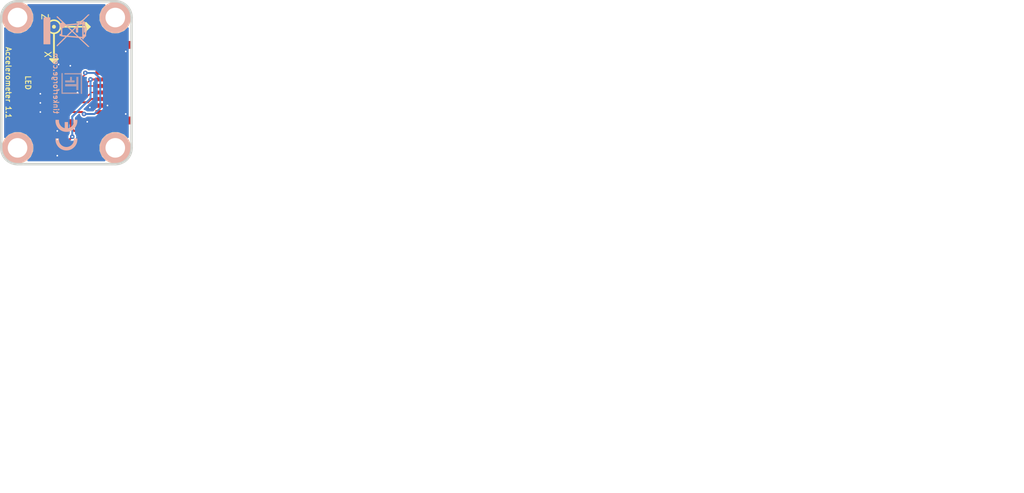
<source format=kicad_pcb>
(kicad_pcb (version 4) (host pcbnew 4.0.2+dfsg1-stable)
  (title_block (title "Accelerometer Bricklet") (date 2016-03-04) (rev 1.1) (company "Tinkerforge GmbH") (comment 1 "Licensed under CERN OHL v.1.1") (comment 2 "Copyright (©) 2016, B.Nordmeyer <bastian@tinkerforge.com>"))
  (layers (0 Vorderseite signal hide) (31 Rückseite signal hide) (34 B.Paste user) (35 F.Paste user) (36 B.SilkS user) (37 F.SilkS user) (38 B.Mask user) (39 F.Mask user) (44 Edge.Cuts user))
  (net 0 "")
  (net 1 GND)
  (net 2 SCL)
  (net 3 SDA)
  (net 4 VCC)
  (net 5 "Net-(P1-Pad6)")
  (net 6 "Net-(P1-Pad8)")
  (net 7 "Net-(P1-Pad9)")
  (net 8 "Net-(P1-Pad10)")
  (net 9 "Net-(D1-Pad2)")
  (net 10 "Net-(P1-Pad1)")
  (net 11 "Net-(P1-Pad7)")
  (net 12 "Net-(U1-Pad7)")
  (net 13 "Net-(U2-Pad2)")
  (net 14 "Net-(U2-Pad3)")
  (module Logo_31x31 (layer Rückseite) (at 133.95 101.85 90)
    (fp_text reference Ref** hide)
    (fp_text value Val** hide)
  )
  (module WEEE_7mm (layer Rückseite) (at 131.55 92.15 270)
    (fp_text reference VAL hide)
    (fp_text value WEEE_7mm hide)
  )
  (module CE_5mm (layer Rückseite) (at 131.55 108.15 90)
    (fp_text reference VAL hide)
    (fp_text value CE_5mm hide)
  )
  (module Fiducial_Mark (layer Vorderseite) (at 125.05 106.15)
    (fp_text reference Fiducial_Mark hide)
    (fp_text value VAL** hide)
    (pad 1 smd circle (at 0 0) (size 1.00076 1.00076) (layers Vorderseite F.Mask) (clearance 0.65024))
  )
  (module Fiducial_Mark (layer Vorderseite) (at 135.15 89.05)
    (fp_text reference Fiducial_Mark hide)
    (fp_text value VAL** hide)
    (pad 1 smd circle (at 0 0) (size 1.00076 1.00076) (layers Vorderseite F.Mask) (clearance 0.65024))
  )
  (module tinkerforge:DRILL_NP (layer Vorderseite) (at 124.05 110.15)
    (fp_text reference U3 hide)
    (fp_text value DRILL hide)
    (pad "" np_thru_hole circle (at 0 0) (size 2.99974 2.99974) (drill 2.99974) (layers *.Cu *.Mask F.SilkS) (clearance 0.89916))
  )
  (module tinkerforge:DRILL_NP (layer Vorderseite) (at 139.04976 110.14964 90)
    (fp_text reference U4 hide)
    (fp_text value DRILL hide)
    (pad "" np_thru_hole circle (at 0 0 90) (size 2.99974 2.99974) (drill 2.99974) (layers *.Cu *.Mask F.SilkS) (clearance 0.89916))
  )
  (module tinkerforge:DRILL_NP (layer Vorderseite) (at 139.04976 90.14968)
    (fp_text reference U5 hide)
    (fp_text value DRILL hide)
    (pad "" np_thru_hole circle (at 0 0) (size 2.99974 2.99974) (drill 2.99974) (layers *.Cu *.Mask F.SilkS) (clearance 0.89916))
  )
  (module tinkerforge:DRILL_NP (layer Vorderseite) (at 124.05 90.15)
    (fp_text reference U6 hide)
    (fp_text value DRILL hide)
    (pad "" np_thru_hole circle (at 0 0) (size 2.99974 2.99974) (drill 2.99974) (layers *.Cu *.Mask F.SilkS) (clearance 0.89916))
  )
  (module C0603 (layer Vorderseite) (at 133.05 106.15 180)
    (fp_text reference C1)
    (fp_text value 100nF)
    (pad 1 smd rect (at -0.8001 0 180) (size 0.8001 0.8001) (layers Vorderseite F.Paste F.Mask) (net 1 GND))
    (pad 2 smd rect (at 0.8001 0 180) (size 0.8001 0.8001) (layers Vorderseite F.Paste F.Mask) (net 4 VCC))
  )
  (module C0805 (layer Vorderseite) (at 129.45 104.65)
    (fp_text reference C2)
    (fp_text value 10µF)
    (pad 1 smd rect (at -1.00076 0) (size 1.00076 1.24968) (layers Vorderseite F.Paste F.Mask) (net 1 GND) (clearance 0.14986))
    (pad 2 smd rect (at 1.00076 0) (size 1.00076 1.24968) (layers Vorderseite F.Paste F.Mask) (net 4 VCC) (clearance 0.14986))
  )
  (module C0603 (layer Vorderseite) (at 129.25 103.25)
    (fp_text reference C3)
    (fp_text value 100nF)
    (pad 1 smd rect (at -0.8001 0) (size 0.8001 0.8001) (layers Vorderseite F.Paste F.Mask) (net 1 GND))
    (pad 2 smd rect (at 0.8001 0) (size 0.8001 0.8001) (layers Vorderseite F.Paste F.Mask) (net 4 VCC))
  )
  (module C0603 (layer Vorderseite) (at 128.45 101.05 90)
    (fp_text reference C4)
    (fp_text value 100nF)
    (pad 1 smd rect (at -0.8001 0 90) (size 0.8001 0.8001) (layers Vorderseite F.Paste F.Mask) (net 1 GND))
    (pad 2 smd rect (at 0.8001 0 90) (size 0.8001 0.8001) (layers Vorderseite F.Paste F.Mask) (net 4 VCC))
  )
  (module D0603 (layer Vorderseite) (at 124.35 100.15 90)
    (fp_text reference D1)
    (fp_text value LED)
    (pad 1 smd rect (at -0.8001 0 90) (size 0.8001 0.8001) (layers Vorderseite F.Paste F.Mask) (net 4 VCC))
    (pad 2 smd rect (at 0.8001 0 90) (size 0.8001 0.8001) (layers Vorderseite F.Paste F.Mask) (net 9 "Net-(D1-Pad2)"))
  )
  (module CON-SENSOR (layer Vorderseite) (at 141.54912 100.14966 90)
    (fp_text reference P1)
    (fp_text value CON-SENSOR)
    (pad 1 smd rect (at -4.50088 -4.7752 90) (size 0.59944 1.5494) (layers Vorderseite F.Paste F.Mask) (net 10 "Net-(P1-Pad1)"))
    (pad 2 smd rect (at -3.50012 -4.7752 90) (size 0.59944 1.5494) (layers Vorderseite F.Paste F.Mask) (net 1 GND))
    (pad 3 smd rect (at -2.49936 -4.7752 90) (size 0.59944 1.5494) (layers Vorderseite F.Paste F.Mask) (net 4 VCC))
    (pad 4 smd rect (at -1.50114 -4.7752 90) (size 0.59944 1.5494) (layers Vorderseite F.Paste F.Mask) (net 2 SCL))
    (pad 5 smd rect (at -0.50038 -4.7752 90) (size 0.59944 1.5494) (layers Vorderseite F.Paste F.Mask) (net 3 SDA))
    (pad 6 smd rect (at 0.50038 -4.7752 90) (size 0.59944 1.5494) (layers Vorderseite F.Paste F.Mask) (net 5 "Net-(P1-Pad6)"))
    (pad 7 smd rect (at 1.50114 -4.7752 90) (size 0.59944 1.5494) (layers Vorderseite F.Paste F.Mask) (net 11 "Net-(P1-Pad7)"))
    (pad 8 smd rect (at 2.49936 -4.7752 90) (size 0.59944 1.5494) (layers Vorderseite F.Paste F.Mask) (net 6 "Net-(P1-Pad8)"))
    (pad 9 smd rect (at 3.50012 -4.7752 90) (size 0.59944 1.5494) (layers Vorderseite F.Paste F.Mask) (net 7 "Net-(P1-Pad9)"))
    (pad 10 smd rect (at 4.50088 -4.7752 90) (size 0.59944 1.5494) (layers Vorderseite F.Paste F.Mask) (net 8 "Net-(P1-Pad10)"))
    (pad EP smd rect (at -5.79882 -0.89916 90) (size 1.19888 1.80086) (layers Vorderseite F.Paste F.Mask) (net 1 GND))
    (pad EP smd rect (at 5.79882 -0.89916 90) (size 1.19888 1.80086) (layers Vorderseite F.Paste F.Mask) (net 1 GND))
  )
  (module R0603 (layer Vorderseite) (at 124.35 97.25 90)
    (fp_text reference R1)
    (fp_text value 1k)
    (pad 1 smd rect (at -0.8001 0 90) (size 0.8001 0.8001) (layers Vorderseite F.Paste F.Mask) (net 9 "Net-(D1-Pad2)"))
    (pad 2 smd rect (at 0.8001 0 90) (size 0.8001 0.8001) (layers Vorderseite F.Paste F.Mask) (net 8 "Net-(P1-Pad10)"))
  )
  (module kicad-libraries:SOIC8 (layer Vorderseite) (at 131.55 109.45 270)
    (fp_text reference U1)
    (fp_text value M24C64)
    (pad 1 smd rect (at -1.90246 2.69748 90) (size 0.59944 1.5494) (layers Vorderseite F.Paste F.Mask) (net 1 GND))
    (pad 2 smd rect (at -0.63246 2.69748 90) (size 0.59944 1.5494) (layers Vorderseite F.Paste F.Mask) (net 1 GND))
    (pad 3 smd rect (at 0.63246 2.69748 90) (size 0.59944 1.5494) (layers Vorderseite F.Paste F.Mask) (net 5 "Net-(P1-Pad6)"))
    (pad 4 smd rect (at 1.90246 2.69748 90) (size 0.59944 1.5494) (layers Vorderseite F.Paste F.Mask) (net 1 GND))
    (pad 5 smd rect (at 1.90246 -2.69748 270) (size 0.59944 1.5494) (layers Vorderseite F.Paste F.Mask) (net 3 SDA))
    (pad 6 smd rect (at 0.63246 -2.69748 270) (size 0.59944 1.5494) (layers Vorderseite F.Paste F.Mask) (net 2 SCL))
    (pad 7 smd rect (at -0.63246 -2.69748 270) (size 0.59944 1.5494) (layers Vorderseite F.Paste F.Mask) (net 12 "Net-(U1-Pad7)"))
    (pad 8 smd rect (at -1.90246 -2.69748 270) (size 0.59944 1.5494) (layers Vorderseite F.Paste F.Mask) (net 4 VCC))
  )
  (module kicad-libraries:LGA-16-3x3 (layer Vorderseite) (at 131.55 100.15 90)
    (fp_text reference U2)
    (fp_text value LIS3DSH)
    (pad 1 smd rect (at -1.475 -1 90) (size 0.85 0.25) (layers Vorderseite F.Paste F.Mask) (net 4 VCC))
    (pad 2 smd rect (at -1.475 -0.5 90) (size 0.85 0.25) (layers Vorderseite F.Paste F.Mask) (net 13 "Net-(U2-Pad2)"))
    (pad 3 smd rect (at -1.475 0 90) (size 0.85 0.25) (layers Vorderseite F.Paste F.Mask) (net 14 "Net-(U2-Pad3)"))
    (pad 4 smd rect (at -1.475 0.5 90) (size 0.85 0.25) (layers Vorderseite F.Paste F.Mask) (net 2 SCL))
    (pad 5 smd rect (at -1.475 1 90) (size 0.85 0.25) (layers Vorderseite F.Paste F.Mask) (net 1 GND))
    (pad 6 smd rect (at -0.5 1.475 90) (size 0.25 0.85) (layers Vorderseite F.Paste F.Mask) (net 3 SDA))
    (pad 7 smd rect (at 0 1.475 90) (size 0.25 0.85) (layers Vorderseite F.Paste F.Mask) (net 5 "Net-(P1-Pad6)"))
    (pad 8 smd rect (at 0.5 1.475 90) (size 0.25 0.85) (layers Vorderseite F.Paste F.Mask) (net 4 VCC))
    (pad 9 smd rect (at 1.475 1 90) (size 0.85 0.25) (layers Vorderseite F.Paste F.Mask) (net 6 "Net-(P1-Pad8)"))
    (pad 10 smd rect (at 1.475 0.5 90) (size 0.85 0.25) (layers Vorderseite F.Paste F.Mask) (net 1 GND))
    (pad 11 smd rect (at 1.475 0 90) (size 0.85 0.25) (layers Vorderseite F.Paste F.Mask) (net 7 "Net-(P1-Pad9)"))
    (pad 12 smd rect (at 1.475 -0.5 90) (size 0.85 0.25) (layers Vorderseite F.Paste F.Mask) (net 1 GND))
    (pad 13 smd rect (at 1.475 -1 90) (size 0.85 0.25) (layers Vorderseite F.Paste F.Mask) (net 1 GND))
    (pad 14 smd rect (at 0.5 -1.475 90) (size 0.25 0.85) (layers Vorderseite F.Paste F.Mask) (net 4 VCC))
    (pad 15 smd rect (at 0 -1.475 90) (size 0.25 0.85) (layers Vorderseite F.Paste F.Mask) (net 4 VCC))
    (pad 16 smd rect (at -0.5 -1.475 90) (size 0.25 0.85) (layers Vorderseite F.Paste F.Mask) (net 1 GND))
  )
  (gr_text tinkerforge.com (at 129.95 100.25 270) (layer B.SilkS) (effects (font (size 0.8001 0.8001) (thickness 0.14986)) (justify mirror)))
  (gr_line (start 129.9875 96.7125) (end 129.3375 96.7125) (angle 90) (layer F.SilkS) (width 0.25))
  (gr_line (start 130.2375 96.5125) (end 129.6375 97.1125) (angle 90) (layer F.SilkS) (width 0.25))
  (gr_line (start 129.0375 96.5125) (end 130.2375 96.5125) (angle 90) (layer F.SilkS) (width 0.25))
  (gr_line (start 129.6375 97.1125) (end 129.0375 96.5125) (angle 90) (layer F.SilkS) (width 0.25))
  (gr_line (start 129.6375 92.6125) (end 129.6375 97.1125) (angle 90) (layer F.SilkS) (width 0.25))
  (gr_line (start 134.7375 91.2625) (end 134.6875 91.2625) (angle 90) (layer F.SilkS) (width 0.25))
  (gr_line (start 134.7375 91.9125) (end 134.7375 91.2625) (angle 90) (layer F.SilkS) (width 0.25))
  (gr_line (start 134.5375 90.9625) (end 135.1375 91.5625) (angle 90) (layer F.SilkS) (width 0.25))
  (gr_line (start 134.5375 92.1625) (end 134.5375 90.9625) (angle 90) (layer F.SilkS) (width 0.25))
  (gr_line (start 135.1375 91.5625) (end 134.5375 92.1625) (angle 90) (layer F.SilkS) (width 0.25))
  (gr_line (start 130.6375 91.5625) (end 135.1375 91.5625) (angle 90) (layer F.SilkS) (width 0.25))
  (gr_line (start 129.5375 91.5625) (end 129.6375 91.5625) (angle 90) (layer F.SilkS) (width 0.25))
  (gr_line (start 130.6375 91.5625) (end 133.6375 91.5625) (angle 90) (layer F.SilkS) (width 0.25))
  (gr_line (start 129.6375 92.6125) (end 129.6375 95.6125) (angle 90) (layer F.SilkS) (width 0.25))
  (gr_circle (center 129.6375 91.5625) (end 130.6375 91.4625) (layer F.SilkS) (width 0.25))
  (gr_circle (center 129.6375 91.5625) (end 129.8375 91.6625) (layer F.SilkS) (width 0.15))
  (gr_circle (center 129.6375 91.5625) (end 129.7375 91.5625) (layer F.SilkS) (width 0.15))
  (gr_text LED (at 125.65 100.15 270) (layer F.SilkS) (effects (font (size 0.8001 0.8001) (thickness 0.14986))))
  (gr_text Z (at 128.225 90.025 270) (layer F.SilkS) (effects (font (size 1 1))))
  (gr_text Y (at 133.6 90.85 270) (layer F.SilkS) (effects (font (size 1 1))))
  (gr_text X (at 128.6875 95.8125 270) (layer F.SilkS) (effects (font (size 1 1))))
  (gr_line (start 124.05 112.65) (end 139.05 112.65) (angle 90) (layer Edge.Cuts) (width 0.381))
  (gr_line (start 139.05 87.65) (end 124.05 87.65) (angle 90) (layer Edge.Cuts) (width 0.381))
  (gr_line (start 121.54788 90.14968) (end 121.54788 110.14964) (angle 90) (layer Edge.Cuts) (width 0.381))
  (gr_line (start 141.54912 110.14964) (end 141.54912 90.14968) (angle 90) (layer Edge.Cuts) (width 0.381))
  (gr_arc (start 139.04976 90.14968) (end 139.04976 87.65032) (angle 90) (layer Edge.Cuts) (width 0.381))
  (gr_arc (start 124.04978 90.14968) (end 121.54788 90.14968) (angle 90) (layer Edge.Cuts) (width 0.381))
  (gr_arc (start 124.04978 110.14964) (end 124.04978 112.649) (angle 90) (layer Edge.Cuts) (width 0.381))
  (gr_arc (start 139.04976 110.14964) (end 141.54912 110.14964) (angle 90) (layer Edge.Cuts) (width 0.381))
  (gr_text "Accelerometer 1.1" (at 122.65 100.15 270) (layer F.SilkS) (effects (font (size 0.8001 0.8001) (thickness 0.14986))))
  (segment (start 128.45 101.85) (end 128.45 101.8501) (width 0.29972) (layer Vorderseite) (net 1))
  (via (at 127.55 104.65) (size 0.7) (layers Vorderseite Rückseite) (net 1))
  (segment (start 128.44924 104.65) (end 127.55 104.65) (width 0.29972) (layer Vorderseite) (net 1))
  (via (at 127.55 103.25) (size 0.7) (layers Vorderseite Rückseite) (net 1))
  (segment (start 128.4499 103.25) (end 127.55 103.25) (width 0.29972) (layer Vorderseite) (net 1))
  (segment (start 127.5501 101.8501) (end 127.55 101.85) (width 0.29972) (layer Vorderseite) (net 1))
  (via (at 127.55 101.85) (size 0.7) (layers Vorderseite Rückseite) (net 1))
  (segment (start 128.45 101.8501) (end 127.5501 101.8501) (width 0.29972) (layer Vorderseite) (net 1))
  (via (at 134.75 106.15) (size 0.7) (layers Vorderseite Rückseite) (net 1))
  (segment (start 133.8501 106.15) (end 134.75 106.15) (width 0.29972) (layer Vorderseite) (net 1))
  (segment (start 135.45022 103.64978) (end 135.15 103.95) (width 0.70104) (layer Vorderseite) (net 1))
  (via (at 135.15 103.95) (size 0.7) (layers Vorderseite Rückseite) (net 1))
  (segment (start 136.77392 103.64978) (end 135.45022 103.64978) (width 0.70104) (layer Vorderseite) (net 1))
  (segment (start 137.84978 103.64978) (end 137.85 103.65) (width 0.70104) (layer Vorderseite) (net 1))
  (via (at 137.85 103.65) (size 0.7) (layers Vorderseite Rückseite) (net 1))
  (segment (start 136.77392 103.64978) (end 137.84978 103.64978) (width 0.70104) (layer Vorderseite) (net 1))
  (segment (start 130.14754 111.35246) (end 130.15 111.35) (width 0.70104) (layer Vorderseite) (net 1))
  (via (at 130.15 111.35) (size 0.7) (layers Vorderseite Rückseite) (net 1))
  (segment (start 128.85252 111.35246) (end 130.14754 111.35246) (width 0.70104) (layer Vorderseite) (net 1))
  (segment (start 130.11754 108.81754) (end 130.15 108.85) (width 0.70104) (layer Vorderseite) (net 1))
  (via (at 130.15 108.85) (size 0.7) (layers Vorderseite Rückseite) (net 1))
  (segment (start 128.85252 108.81754) (end 130.11754 108.81754) (width 0.70104) (layer Vorderseite) (net 1))
  (segment (start 130.14754 107.54754) (end 130.15 107.55) (width 0.70104) (layer Vorderseite) (net 1))
  (via (at 130.15 107.55) (size 0.7) (layers Vorderseite Rückseite) (net 1))
  (segment (start 128.85252 107.54754) (end 130.14754 107.54754) (width 0.70104) (layer Vorderseite) (net 1))
  (segment (start 140.64996 104.95004) (end 140.65 104.95) (width 0.29972) (layer Vorderseite) (net 1))
  (via (at 140.65 104.95) (size 0.7) (layers Vorderseite Rückseite) (net 1))
  (segment (start 140.64996 105.94848) (end 140.64996 104.95004) (width 0.29972) (layer Vorderseite) (net 1))
  (segment (start 140.64996 95.34996) (end 140.65 95.35) (width 0.29972) (layer Vorderseite) (net 1))
  (via (at 140.65 95.35) (size 0.7) (layers Vorderseite Rückseite) (net 1))
  (segment (start 140.64996 94.35084) (end 140.64996 95.34996) (width 0.29972) (layer Vorderseite) (net 1))
  (segment (start 130.55 97.55) (end 130.35 97.35) (width 0.2) (layer Vorderseite) (net 1))
  (segment (start 130.55 98.675) (end 130.55 97.55) (width 0.2) (layer Vorderseite) (net 1))
  (segment (start 131.05 98.05) (end 130.35 97.35) (width 0.2) (layer Vorderseite) (net 1))
  (segment (start 131.05 98.675) (end 131.05 98.05) (width 0.2) (layer Vorderseite) (net 1))
  (via (at 130.35 97.35) (size 0.7) (layers Vorderseite Rückseite) (net 1))
  (segment (start 128.8499 101.8501) (end 128.45 101.8501) (width 0.2) (layer Vorderseite) (net 1))
  (segment (start 129.55 100.65) (end 129.05 101.15) (width 0.2) (layer Vorderseite) (net 1))
  (segment (start 129.05 101.15) (end 129.05 101.65) (width 0.2) (layer Vorderseite) (net 1))
  (segment (start 129.05 101.65) (end 128.8499 101.8501) (width 0.2) (layer Vorderseite) (net 1))
  (segment (start 130.075 100.65) (end 129.55 100.65) (width 0.2) (layer Vorderseite) (net 1))
  (segment (start 133.225 101.625) (end 133.25 101.65) (width 0.2) (layer Vorderseite) (net 1))
  (via (at 133.25 101.65) (size 0.7) (layers Vorderseite Rückseite) (net 1))
  (segment (start 132.55 101.625) (end 133.225 101.625) (width 0.2) (layer Vorderseite) (net 1))
  (segment (start 132.05 97.65) (end 132.15 97.55) (width 0.2) (layer Vorderseite) (net 1))
  (via (at 132.15 97.55) (size 0.7) (layers Vorderseite Rückseite) (net 1))
  (segment (start 132.05 98.675) (end 132.05 97.65) (width 0.2) (layer Vorderseite) (net 1))
  (segment (start 137.5508 101.6508) (end 136.77392 101.6508) (width 0.29972) (layer Vorderseite) (net 2))
  (segment (start 138.85 102.95) (end 137.5508 101.6508) (width 0.29972) (layer Vorderseite) (net 2))
  (segment (start 138.85 104.75) (end 138.85 102.95) (width 0.29972) (layer Vorderseite) (net 2))
  (segment (start 135.75 107.85) (end 138.85 104.75) (width 0.29972) (layer Vorderseite) (net 2))
  (segment (start 135.75 109.35) (end 135.75 107.85) (width 0.29972) (layer Vorderseite) (net 2))
  (segment (start 135.01754 110.08246) (end 135.75 109.35) (width 0.29972) (layer Vorderseite) (net 2))
  (segment (start 134.24748 110.08246) (end 135.01754 110.08246) (width 0.29972) (layer Vorderseite) (net 2))
  (segment (start 132.05 102.25) (end 132.35 102.55) (width 0.2) (layer Vorderseite) (net 2))
  (segment (start 132.35 102.55) (end 134.45 102.55) (width 0.2) (layer Vorderseite) (net 2))
  (segment (start 134.45 102.55) (end 135.3492 101.6508) (width 0.2) (layer Vorderseite) (net 2))
  (segment (start 135.3492 101.6508) (end 136.77392 101.6508) (width 0.2) (layer Vorderseite) (net 2))
  (segment (start 132.05 101.625) (end 132.05 102.25) (width 0.2) (layer Vorderseite) (net 2))
  (segment (start 135.14754 111.35246) (end 136.35 110.15) (width 0.29972) (layer Vorderseite) (net 3))
  (segment (start 136.35 110.15) (end 136.35 108.15) (width 0.29972) (layer Vorderseite) (net 3))
  (segment (start 136.35 108.15) (end 139.45 105.05) (width 0.29972) (layer Vorderseite) (net 3))
  (segment (start 139.45 105.05) (end 139.45 102.25) (width 0.29972) (layer Vorderseite) (net 3))
  (segment (start 139.45 102.25) (end 137.85004 100.65004) (width 0.29972) (layer Vorderseite) (net 3))
  (segment (start 137.85004 100.65004) (end 136.77392 100.65004) (width 0.29972) (layer Vorderseite) (net 3))
  (segment (start 134.24748 111.35246) (end 135.14754 111.35246) (width 0.29972) (layer Vorderseite) (net 3))
  (segment (start 136.77388 100.65) (end 136.77392 100.65004) (width 0.2) (layer Vorderseite) (net 3))
  (segment (start 133.025 100.65) (end 136.77388 100.65) (width 0.2) (layer Vorderseite) (net 3))
  (segment (start 128.67268 100.47258) (end 128.45 100.2499) (width 0.29972) (layer Vorderseite) (net 4))
  (segment (start 130.0501 103.9501) (end 130.0501 103.25) (width 0.29972) (layer Vorderseite) (net 4))
  (segment (start 130.45076 104.35076) (end 130.0501 103.9501) (width 0.29972) (layer Vorderseite) (net 4))
  (segment (start 130.45076 104.65) (end 130.45076 104.35076) (width 0.29972) (layer Vorderseite) (net 4))
  (segment (start 127.3501 100.2499) (end 126.65 100.95) (width 0.29972) (layer Vorderseite) (net 4))
  (segment (start 126.65 100.95) (end 126.65 104.95) (width 0.29972) (layer Vorderseite) (net 4))
  (segment (start 126.65 104.95) (end 127.75 106.05) (width 0.29972) (layer Vorderseite) (net 4))
  (segment (start 127.75 106.05) (end 129.05076 106.05) (width 0.29972) (layer Vorderseite) (net 4))
  (segment (start 129.05076 106.05) (end 130.45076 104.65) (width 0.29972) (layer Vorderseite) (net 4))
  (segment (start 128.45 100.2499) (end 127.3501 100.2499) (width 0.29972) (layer Vorderseite) (net 4))
  (segment (start 131.05 106.15) (end 130.45076 105.55076) (width 0.29972) (layer Vorderseite) (net 4))
  (segment (start 130.45076 105.55076) (end 130.45076 104.65) (width 0.29972) (layer Vorderseite) (net 4))
  (segment (start 132.2499 106.15) (end 131.05 106.15) (width 0.29972) (layer Vorderseite) (net 4))
  (segment (start 132.74754 107.54754) (end 132.2499 107.0499) (width 0.29972) (layer Vorderseite) (net 4))
  (segment (start 132.2499 107.0499) (end 132.2499 106.15) (width 0.29972) (layer Vorderseite) (net 4))
  (segment (start 134.24748 107.54754) (end 132.74754 107.54754) (width 0.29972) (layer Vorderseite) (net 4))
  (segment (start 130.95 104.65) (end 130.45076 104.65) (width 0.29972) (layer Vorderseite) (net 4))
  (segment (start 135.35098 102.64902) (end 134.85 103.15) (width 0.29972) (layer Vorderseite) (net 4))
  (segment (start 134.85 103.15) (end 132.45 103.15) (width 0.29972) (layer Vorderseite) (net 4))
  (segment (start 132.45 103.15) (end 130.95 104.65) (width 0.29972) (layer Vorderseite) (net 4))
  (segment (start 136.77392 102.64902) (end 135.35098 102.64902) (width 0.29972) (layer Vorderseite) (net 4))
  (segment (start 135.85 98.65) (end 136.75 99.55) (width 0.29972) (layer Rückseite) (net 4))
  (segment (start 136.75 99.55) (end 136.75 104.05) (width 0.29972) (layer Rückseite) (net 4))
  (segment (start 136.75 104.05) (end 135.85 104.95) (width 0.29972) (layer Rückseite) (net 4))
  (segment (start 135.85 104.95) (end 134.25 104.95) (width 0.29972) (layer Rückseite) (net 4))
  (via (at 134.25 104.95) (size 0.7) (layers Vorderseite Rückseite) (net 4))
  (segment (start 134.25 104.95) (end 133.95 104.65) (width 0.29972) (layer Vorderseite) (net 4))
  (segment (start 133.95 104.65) (end 130.45076 104.65) (width 0.29972) (layer Vorderseite) (net 4))
  (segment (start 124.35 102.65) (end 126.65 104.95) (width 0.29972) (layer Vorderseite) (net 4))
  (via (at 134.45 98.65) (size 0.7) (layers Vorderseite Rückseite) (net 4))
  (segment (start 134.45 98.65) (end 135.85 98.65) (width 0.29972) (layer Rückseite) (net 4))
  (segment (start 134.45 98.85) (end 133.65 99.65) (width 0.2) (layer Vorderseite) (net 4))
  (segment (start 133.65 99.65) (end 133.025 99.65) (width 0.2) (layer Vorderseite) (net 4))
  (segment (start 134.45 98.65) (end 134.45 98.85) (width 0.2) (layer Vorderseite) (net 4))
  (segment (start 129.35 100.15) (end 129.2501 100.2499) (width 0.2) (layer Vorderseite) (net 4))
  (segment (start 129.2501 100.2499) (end 128.45 100.2499) (width 0.2) (layer Vorderseite) (net 4))
  (segment (start 130.075 100.15) (end 129.35 100.15) (width 0.2) (layer Vorderseite) (net 4))
  (segment (start 129.0501 100.2499) (end 128.45 100.2499) (width 0.2) (layer Vorderseite) (net 4))
  (segment (start 129.65 99.65) (end 129.0501 100.2499) (width 0.2) (layer Vorderseite) (net 4))
  (segment (start 130.075 99.65) (end 129.65 99.65) (width 0.2) (layer Vorderseite) (net 4))
  (segment (start 130.55 102.7501) (end 130.0501 103.25) (width 0.2) (layer Vorderseite) (net 4))
  (segment (start 130.55 101.625) (end 130.55 102.7501) (width 0.2) (layer Vorderseite) (net 4))
  (segment (start 124.35 100.9501) (end 124.35 102.65) (width 0.29972) (layer Vorderseite) (net 4))
  (segment (start 135.25072 99.64928) (end 136.77392 99.64928) (width 0.29972) (layer Vorderseite) (net 5))
  (segment (start 135.25 99.65) (end 135.25072 99.64928) (width 0.29972) (layer Rückseite) (net 5))
  (segment (start 135.25 99.65) (end 135.25 102.55) (width 0.29972) (layer Rückseite) (net 5))
  (segment (start 135.25 102.55) (end 132.45 105.35) (width 0.29972) (layer Rückseite) (net 5))
  (segment (start 132.45 105.35) (end 132.45 108.45) (width 0.29972) (layer Rückseite) (net 5))
  (via (at 132.45 108.45) (size 0.7) (layers Vorderseite Rückseite) (net 5))
  (segment (start 132.45 108.45) (end 130.81754 110.08246) (width 0.29972) (layer Vorderseite) (net 5))
  (segment (start 128.85252 110.08246) (end 130.81754 110.08246) (width 0.29972) (layer Vorderseite) (net 5))
  (via (at 135.25072 99.64928) (size 0.7) (layers Vorderseite Rückseite) (net 5))
  (segment (start 134.75 100.15) (end 135.25072 99.64928) (width 0.2) (layer Vorderseite) (net 5))
  (segment (start 133.025 100.15) (end 134.75 100.15) (width 0.2) (layer Vorderseite) (net 5))
  (segment (start 133.0497 97.6503) (end 136.77392 97.6503) (width 0.2) (layer Vorderseite) (net 6))
  (segment (start 132.55 98.15) (end 133.0497 97.6503) (width 0.2) (layer Vorderseite) (net 6))
  (segment (start 132.55 98.675) (end 132.55 98.15) (width 0.2) (layer Vorderseite) (net 6))
  (segment (start 131.55 98.675) (end 131.55 97.95) (width 0.2) (layer Vorderseite) (net 7))
  (segment (start 131.55 97.95) (end 131.22742 97.62742) (width 0.2) (layer Vorderseite) (net 7))
  (segment (start 135.54954 96.64954) (end 134.95 96.05) (width 0.2) (layer Vorderseite) (net 7))
  (segment (start 134.95 96.05) (end 131.75 96.05) (width 0.2) (layer Vorderseite) (net 7))
  (segment (start 131.75 96.05) (end 131.22742 96.57258) (width 0.2) (layer Vorderseite) (net 7))
  (segment (start 131.22742 96.57258) (end 131.22742 97.62742) (width 0.2) (layer Vorderseite) (net 7))
  (segment (start 136.77392 96.64954) (end 135.54954 96.64954) (width 0.2) (layer Vorderseite) (net 7))
  (segment (start 135.54878 95.64878) (end 135.15 95.25) (width 0.29972) (layer Vorderseite) (net 8))
  (segment (start 135.15 95.25) (end 128.35 95.25) (width 0.29972) (layer Vorderseite) (net 8))
  (segment (start 128.35 95.25) (end 127.1501 96.4499) (width 0.29972) (layer Vorderseite) (net 8))
  (segment (start 127.1501 96.4499) (end 124.35 96.4499) (width 0.29972) (layer Vorderseite) (net 8))
  (segment (start 136.77392 95.64878) (end 135.54878 95.64878) (width 0.29972) (layer Vorderseite) (net 8))
  (segment (start 124.35 99.3499) (end 124.35 98.0501) (width 0.29972) (layer Vorderseite) (net 9))
  (zone (net 1) (net_name GND) (layer Rückseite) (connect_pads (clearance 0.24892)) (min_thickness 0.24892) (fill yes (arc_segments 16) (thermal_gap 0.29972) (thermal_bridge_width 0.29972))
    (polygon (pts (xy 141.54912 112.649) (xy 141.54912 87.65032) (xy 121.54788 87.65032) (xy 121.54788 112.649)))
  )
)
</source>
